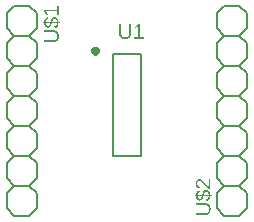
<source format=gbr>
G04 EAGLE Gerber RS-274X export*
G75*
%MOMM*%
%FSLAX34Y34*%
%LPD*%
%INSilkscreen Top*%
%IPPOS*%
%AMOC8*
5,1,8,0,0,1.08239X$1,22.5*%
G01*
G04 Define Apertures*
%ADD10C,0.127000*%
%ADD11C,0.609600*%
%ADD12C,0.152400*%
G36*
X138097Y154738D02*
X137725Y154746D01*
X137364Y154772D01*
X137015Y154815D01*
X136679Y154876D01*
X136354Y154953D01*
X136041Y155048D01*
X135741Y155160D01*
X135452Y155290D01*
X135178Y155435D01*
X134919Y155597D01*
X134676Y155774D01*
X134449Y155966D01*
X134238Y156174D01*
X134043Y156398D01*
X133864Y156637D01*
X133701Y156892D01*
X133555Y157161D01*
X133429Y157443D01*
X133322Y157737D01*
X133234Y158044D01*
X133166Y158363D01*
X133118Y158696D01*
X133088Y159040D01*
X133079Y159397D01*
X133079Y167254D01*
X134752Y167254D01*
X134752Y159537D01*
X134765Y159128D01*
X134805Y158743D01*
X134872Y158384D01*
X134966Y158051D01*
X135087Y157743D01*
X135234Y157460D01*
X135409Y157203D01*
X135610Y156971D01*
X135836Y156766D01*
X136087Y156588D01*
X136361Y156437D01*
X136659Y156314D01*
X136981Y156218D01*
X137326Y156150D01*
X137695Y156109D01*
X138089Y156095D01*
X138493Y156109D01*
X138874Y156152D01*
X139233Y156223D01*
X139568Y156322D01*
X139880Y156449D01*
X140169Y156605D01*
X140434Y156789D01*
X140677Y157002D01*
X140893Y157242D01*
X141081Y157507D01*
X141240Y157799D01*
X141370Y158117D01*
X141471Y158462D01*
X141543Y158832D01*
X141586Y159229D01*
X141601Y159651D01*
X141601Y167254D01*
X143265Y167254D01*
X143265Y159555D01*
X143255Y159187D01*
X143225Y158832D01*
X143176Y158490D01*
X143106Y158160D01*
X143017Y157844D01*
X142908Y157540D01*
X142779Y157249D01*
X142630Y156971D01*
X142463Y156708D01*
X142280Y156460D01*
X142080Y156229D01*
X141864Y156013D01*
X141631Y155814D01*
X141382Y155630D01*
X141116Y155463D01*
X140834Y155311D01*
X140538Y155177D01*
X140228Y155060D01*
X139906Y154962D01*
X139570Y154881D01*
X139221Y154818D01*
X138860Y154774D01*
X138485Y154747D01*
X138097Y154738D01*
G37*
G36*
X153733Y154913D02*
X145999Y154913D01*
X145999Y156253D01*
X149143Y156253D01*
X149143Y165747D01*
X146358Y163759D01*
X146358Y165248D01*
X149274Y167254D01*
X150728Y167254D01*
X150728Y156253D01*
X153733Y156253D01*
X153733Y154913D01*
G37*
G36*
X78469Y163867D02*
X78144Y165356D01*
X78397Y165419D01*
X78633Y165496D01*
X78854Y165588D01*
X79058Y165695D01*
X79245Y165817D01*
X79417Y165953D01*
X79573Y166105D01*
X79712Y166272D01*
X79837Y166454D01*
X79947Y166654D01*
X80044Y166871D01*
X80126Y167105D01*
X80195Y167356D01*
X80249Y167624D01*
X80285Y167876D01*
X80290Y167909D01*
X80317Y168212D01*
X75972Y168212D01*
X75785Y167496D01*
X75607Y166901D01*
X75526Y166672D01*
X75439Y166426D01*
X75280Y166070D01*
X75121Y165789D01*
X74951Y165536D01*
X74769Y165311D01*
X74575Y165115D01*
X74373Y164946D01*
X74163Y164802D01*
X73946Y164684D01*
X73721Y164590D01*
X73482Y164519D01*
X73220Y164468D01*
X72935Y164438D01*
X72627Y164428D01*
X72296Y164443D01*
X71985Y164490D01*
X71692Y164567D01*
X71417Y164674D01*
X71161Y164813D01*
X70923Y164982D01*
X70703Y165182D01*
X70503Y165413D01*
X70322Y165673D01*
X70162Y165958D01*
X70025Y166269D01*
X69908Y166606D01*
X69813Y166968D01*
X69740Y167357D01*
X69688Y167771D01*
X69657Y168212D01*
X68510Y168212D01*
X68510Y169298D01*
X69657Y169298D01*
X69686Y169696D01*
X69733Y170070D01*
X69798Y170421D01*
X69882Y170749D01*
X69983Y171054D01*
X70103Y171336D01*
X70241Y171594D01*
X70398Y171829D01*
X70574Y172044D01*
X70774Y172243D01*
X70998Y172425D01*
X71244Y172591D01*
X71513Y172740D01*
X71806Y172873D01*
X72121Y172990D01*
X72460Y173090D01*
X72749Y171566D01*
X72360Y171456D01*
X72017Y171301D01*
X71719Y171101D01*
X71466Y170857D01*
X71357Y170715D01*
X71259Y170559D01*
X71172Y170387D01*
X71097Y170200D01*
X71033Y169997D01*
X70981Y169779D01*
X70940Y169546D01*
X70910Y169298D01*
X74807Y169298D01*
X74988Y170025D01*
X75160Y170639D01*
X75325Y171139D01*
X75482Y171527D01*
X75640Y171840D01*
X75808Y172119D01*
X75986Y172363D01*
X76174Y172573D01*
X76375Y172755D01*
X76594Y172913D01*
X76831Y173048D01*
X77085Y173160D01*
X77359Y173248D01*
X77656Y173311D01*
X77976Y173349D01*
X78320Y173362D01*
X78672Y173345D01*
X79007Y173295D01*
X79323Y173213D01*
X79622Y173097D01*
X79904Y172948D01*
X80167Y172766D01*
X80413Y172550D01*
X80641Y172302D01*
X80847Y172023D01*
X81030Y171717D01*
X81188Y171383D01*
X81322Y171021D01*
X81431Y170632D01*
X81516Y170215D01*
X81577Y169770D01*
X81613Y169298D01*
X83032Y169298D01*
X83032Y168212D01*
X81613Y168212D01*
X81582Y167757D01*
X81529Y167328D01*
X81454Y166922D01*
X81357Y166541D01*
X81238Y166184D01*
X81097Y165852D01*
X80933Y165544D01*
X80748Y165260D01*
X80540Y165001D01*
X80311Y164766D01*
X80059Y164555D01*
X79785Y164369D01*
X79489Y164207D01*
X79171Y164069D01*
X78831Y163956D01*
X78469Y163867D01*
G37*
%LPC*%
G36*
X80325Y169298D02*
X80299Y169597D01*
X80286Y169687D01*
X80259Y169879D01*
X80206Y170143D01*
X80139Y170389D01*
X80059Y170617D01*
X79966Y170827D01*
X79859Y171020D01*
X79739Y171194D01*
X79606Y171349D01*
X79460Y171483D01*
X79303Y171597D01*
X79134Y171690D01*
X78953Y171762D01*
X78760Y171814D01*
X78554Y171845D01*
X78337Y171855D01*
X78065Y171841D01*
X77818Y171798D01*
X77597Y171727D01*
X77400Y171627D01*
X77224Y171501D01*
X77064Y171349D01*
X76920Y171173D01*
X76791Y170971D01*
X76666Y170705D01*
X76530Y170338D01*
X76383Y169869D01*
X76226Y169298D01*
X80325Y169298D01*
G37*
G36*
X72609Y165934D02*
X72858Y165948D01*
X73086Y165989D01*
X73296Y166058D01*
X73485Y166153D01*
X73490Y166157D01*
X73657Y166276D01*
X73816Y166426D01*
X73960Y166603D01*
X74089Y166806D01*
X74212Y167056D01*
X74335Y167374D01*
X74457Y167759D01*
X74580Y168212D01*
X70892Y168212D01*
X70913Y167936D01*
X70946Y167678D01*
X70990Y167438D01*
X71046Y167215D01*
X71113Y167011D01*
X71191Y166824D01*
X71281Y166655D01*
X71383Y166504D01*
X71496Y166370D01*
X71620Y166255D01*
X71756Y166157D01*
X71904Y166077D01*
X72063Y166014D01*
X72234Y165970D01*
X72416Y165943D01*
X72609Y165934D01*
G37*
%LPD*%
G36*
X77304Y152121D02*
X69447Y152121D01*
X69447Y153794D01*
X77164Y153794D01*
X77573Y153807D01*
X77958Y153848D01*
X78317Y153915D01*
X78650Y154009D01*
X78958Y154129D01*
X79241Y154277D01*
X79498Y154451D01*
X79730Y154652D01*
X79935Y154879D01*
X80113Y155129D01*
X80263Y155403D01*
X80387Y155701D01*
X80482Y156023D01*
X80551Y156368D01*
X80592Y156738D01*
X80606Y157131D01*
X80591Y157535D01*
X80549Y157917D01*
X80478Y158275D01*
X80379Y158610D01*
X80252Y158922D01*
X80096Y159211D01*
X79912Y159477D01*
X79699Y159719D01*
X79459Y159936D01*
X79194Y160123D01*
X78902Y160282D01*
X78583Y160412D01*
X78239Y160513D01*
X77869Y160585D01*
X77472Y160629D01*
X77050Y160643D01*
X69447Y160643D01*
X69447Y162307D01*
X77146Y162307D01*
X77514Y162297D01*
X77869Y162268D01*
X78211Y162218D01*
X78541Y162149D01*
X78857Y162059D01*
X79161Y161950D01*
X79452Y161821D01*
X79730Y161672D01*
X79993Y161505D01*
X80241Y161322D01*
X80472Y161122D01*
X80688Y160906D01*
X80887Y160673D01*
X81071Y160424D01*
X81238Y160159D01*
X81390Y159877D01*
X81524Y159580D01*
X81641Y159271D01*
X81739Y158948D01*
X81820Y158612D01*
X81882Y158264D01*
X81927Y157902D01*
X81954Y157527D01*
X81963Y157140D01*
X81955Y156767D01*
X81929Y156406D01*
X81886Y156057D01*
X81825Y155721D01*
X81748Y155396D01*
X81653Y155084D01*
X81541Y154783D01*
X81411Y154495D01*
X81266Y154220D01*
X81104Y153961D01*
X80927Y153719D01*
X80735Y153492D01*
X80527Y153281D01*
X80303Y153086D01*
X80064Y152906D01*
X79809Y152743D01*
X79540Y152597D01*
X79258Y152471D01*
X78964Y152364D01*
X78657Y152277D01*
X78337Y152209D01*
X78005Y152160D01*
X77661Y152131D01*
X77304Y152121D01*
G37*
G36*
X81788Y175010D02*
X80448Y175010D01*
X80448Y178154D01*
X70954Y178154D01*
X72942Y175369D01*
X71453Y175369D01*
X69447Y178285D01*
X69447Y179739D01*
X80448Y179739D01*
X80448Y182744D01*
X81788Y182744D01*
X81788Y175010D01*
G37*
G36*
X206993Y17448D02*
X206668Y18937D01*
X206921Y18999D01*
X207157Y19076D01*
X207378Y19168D01*
X207582Y19275D01*
X207769Y19397D01*
X207941Y19534D01*
X208097Y19686D01*
X208236Y19852D01*
X208361Y20035D01*
X208471Y20235D01*
X208568Y20452D01*
X208650Y20686D01*
X208719Y20937D01*
X208773Y21205D01*
X208809Y21457D01*
X208814Y21490D01*
X208841Y21792D01*
X204496Y21792D01*
X204309Y21077D01*
X204131Y20482D01*
X204050Y20253D01*
X203963Y20007D01*
X203804Y19651D01*
X203645Y19370D01*
X203475Y19117D01*
X203293Y18892D01*
X203099Y18696D01*
X202897Y18527D01*
X202687Y18383D01*
X202470Y18264D01*
X202245Y18171D01*
X202006Y18100D01*
X201744Y18049D01*
X201459Y18019D01*
X201151Y18009D01*
X200820Y18024D01*
X200509Y18070D01*
X200216Y18147D01*
X199941Y18255D01*
X199685Y18394D01*
X199447Y18563D01*
X199227Y18763D01*
X199027Y18994D01*
X198846Y19253D01*
X198686Y19538D01*
X198549Y19849D01*
X198432Y20186D01*
X198337Y20549D01*
X198264Y20938D01*
X198212Y21352D01*
X198181Y21792D01*
X197034Y21792D01*
X197034Y22878D01*
X198181Y22878D01*
X198210Y23276D01*
X198257Y23651D01*
X198322Y24002D01*
X198406Y24330D01*
X198507Y24635D01*
X198627Y24916D01*
X198765Y25175D01*
X198922Y25410D01*
X199098Y25625D01*
X199298Y25824D01*
X199522Y26006D01*
X199768Y26172D01*
X200037Y26321D01*
X200330Y26454D01*
X200645Y26571D01*
X200984Y26671D01*
X201273Y25147D01*
X200884Y25037D01*
X200541Y24882D01*
X200243Y24682D01*
X199990Y24438D01*
X199881Y24296D01*
X199783Y24140D01*
X199696Y23968D01*
X199621Y23781D01*
X199557Y23578D01*
X199505Y23360D01*
X199464Y23127D01*
X199434Y22878D01*
X203331Y22878D01*
X203512Y23606D01*
X203684Y24220D01*
X203849Y24720D01*
X204006Y25108D01*
X204164Y25421D01*
X204332Y25700D01*
X204510Y25944D01*
X204698Y26154D01*
X204899Y26335D01*
X205118Y26494D01*
X205355Y26629D01*
X205609Y26741D01*
X205883Y26829D01*
X206180Y26892D01*
X206500Y26930D01*
X206844Y26942D01*
X207196Y26926D01*
X207531Y26876D01*
X207847Y26793D01*
X208146Y26678D01*
X208428Y26528D01*
X208691Y26346D01*
X208937Y26131D01*
X209165Y25883D01*
X209371Y25604D01*
X209554Y25297D01*
X209712Y24963D01*
X209846Y24602D01*
X209955Y24212D01*
X210040Y23795D01*
X210101Y23351D01*
X210137Y22878D01*
X211556Y22878D01*
X211556Y21792D01*
X210137Y21792D01*
X210106Y21338D01*
X210053Y20908D01*
X209978Y20503D01*
X209881Y20122D01*
X209762Y19765D01*
X209621Y19433D01*
X209457Y19124D01*
X209272Y18841D01*
X209064Y18581D01*
X208835Y18346D01*
X208583Y18136D01*
X208309Y17950D01*
X208013Y17788D01*
X207695Y17650D01*
X207355Y17537D01*
X206993Y17448D01*
G37*
%LPC*%
G36*
X208849Y22878D02*
X208823Y23178D01*
X208810Y23268D01*
X208783Y23460D01*
X208730Y23724D01*
X208663Y23970D01*
X208583Y24198D01*
X208490Y24408D01*
X208383Y24600D01*
X208263Y24775D01*
X208130Y24930D01*
X207984Y25064D01*
X207827Y25178D01*
X207658Y25271D01*
X207477Y25343D01*
X207284Y25395D01*
X207078Y25426D01*
X206861Y25436D01*
X206589Y25422D01*
X206342Y25379D01*
X206121Y25308D01*
X205924Y25208D01*
X205748Y25082D01*
X205588Y24930D01*
X205444Y24753D01*
X205315Y24551D01*
X205190Y24286D01*
X205054Y23919D01*
X204907Y23449D01*
X204750Y22878D01*
X208849Y22878D01*
G37*
G36*
X201133Y19515D02*
X201382Y19529D01*
X201610Y19570D01*
X201820Y19638D01*
X202009Y19734D01*
X202014Y19738D01*
X202181Y19857D01*
X202340Y20007D01*
X202484Y20183D01*
X202613Y20387D01*
X202736Y20637D01*
X202859Y20955D01*
X202981Y21340D01*
X203104Y21792D01*
X199416Y21792D01*
X199437Y21517D01*
X199470Y21259D01*
X199514Y21019D01*
X199570Y20796D01*
X199637Y20592D01*
X199715Y20405D01*
X199805Y20236D01*
X199907Y20085D01*
X200020Y19951D01*
X200144Y19835D01*
X200280Y19738D01*
X200428Y19658D01*
X200587Y19595D01*
X200758Y19551D01*
X200940Y19524D01*
X201133Y19515D01*
G37*
%LPD*%
G36*
X205828Y5702D02*
X197971Y5702D01*
X197971Y7375D01*
X205688Y7375D01*
X206097Y7388D01*
X206482Y7428D01*
X206841Y7495D01*
X207174Y7589D01*
X207482Y7710D01*
X207765Y7858D01*
X208022Y8032D01*
X208254Y8233D01*
X208459Y8460D01*
X208637Y8710D01*
X208787Y8984D01*
X208911Y9282D01*
X209006Y9604D01*
X209075Y9949D01*
X209116Y10319D01*
X209130Y10712D01*
X209115Y11116D01*
X209073Y11498D01*
X209002Y11856D01*
X208903Y12191D01*
X208776Y12503D01*
X208620Y12792D01*
X208436Y13057D01*
X208223Y13300D01*
X207983Y13516D01*
X207718Y13704D01*
X207426Y13863D01*
X207107Y13993D01*
X206763Y14094D01*
X206393Y14166D01*
X205996Y14209D01*
X205574Y14224D01*
X197971Y14224D01*
X197971Y15888D01*
X205670Y15888D01*
X206038Y15878D01*
X206393Y15848D01*
X206735Y15799D01*
X207065Y15729D01*
X207381Y15640D01*
X207685Y15531D01*
X207976Y15402D01*
X208254Y15253D01*
X208517Y15086D01*
X208765Y14903D01*
X208996Y14703D01*
X209212Y14487D01*
X209411Y14254D01*
X209595Y14005D01*
X209762Y13739D01*
X209914Y13458D01*
X210048Y13161D01*
X210165Y12851D01*
X210263Y12529D01*
X210344Y12193D01*
X210406Y11844D01*
X210451Y11483D01*
X210478Y11108D01*
X210487Y10720D01*
X210479Y10348D01*
X210453Y9987D01*
X210410Y9638D01*
X210349Y9302D01*
X210272Y8977D01*
X210177Y8664D01*
X210065Y8364D01*
X209935Y8075D01*
X209790Y7801D01*
X209628Y7542D01*
X209451Y7299D01*
X209259Y7073D01*
X209051Y6862D01*
X208827Y6666D01*
X208588Y6487D01*
X208333Y6324D01*
X208064Y6178D01*
X207782Y6052D01*
X207488Y5945D01*
X207181Y5857D01*
X206861Y5789D01*
X206529Y5741D01*
X206185Y5712D01*
X205828Y5702D01*
G37*
G36*
X210312Y28126D02*
X209200Y28126D01*
X208702Y28362D01*
X208235Y28622D01*
X207798Y28907D01*
X207391Y29217D01*
X207008Y29543D01*
X206644Y29877D01*
X206299Y30219D01*
X205972Y30570D01*
X205360Y31276D01*
X204794Y31976D01*
X204251Y32638D01*
X203708Y33233D01*
X203433Y33499D01*
X203152Y33740D01*
X202864Y33953D01*
X202569Y34139D01*
X202262Y34290D01*
X201934Y34399D01*
X201587Y34463D01*
X201221Y34485D01*
X200974Y34476D01*
X200741Y34448D01*
X200523Y34401D01*
X200319Y34336D01*
X200129Y34252D01*
X199953Y34150D01*
X199791Y34029D01*
X199644Y33890D01*
X199513Y33733D01*
X199399Y33563D01*
X199303Y33378D01*
X199224Y33178D01*
X199162Y32964D01*
X199119Y32735D01*
X199092Y32492D01*
X199084Y32234D01*
X199092Y31988D01*
X199118Y31753D01*
X199161Y31529D01*
X199220Y31316D01*
X199297Y31114D01*
X199391Y30923D01*
X199503Y30743D01*
X199631Y30574D01*
X199775Y30420D01*
X199932Y30282D01*
X200104Y30161D01*
X200289Y30057D01*
X200488Y29969D01*
X200701Y29899D01*
X200928Y29845D01*
X201168Y29808D01*
X201019Y28196D01*
X200659Y28254D01*
X200317Y28341D01*
X199994Y28455D01*
X199690Y28598D01*
X199405Y28770D01*
X199139Y28969D01*
X198892Y29197D01*
X198663Y29453D01*
X198458Y29733D01*
X198280Y30033D01*
X198129Y30351D01*
X198006Y30689D01*
X197910Y31047D01*
X197842Y31423D01*
X197801Y31819D01*
X197787Y32234D01*
X197801Y32687D01*
X197842Y33113D01*
X197911Y33512D01*
X198007Y33884D01*
X198131Y34229D01*
X198282Y34547D01*
X198461Y34838D01*
X198668Y35103D01*
X198899Y35338D01*
X199154Y35541D01*
X199432Y35714D01*
X199733Y35855D01*
X200057Y35964D01*
X200404Y36043D01*
X200775Y36090D01*
X201168Y36105D01*
X201527Y36085D01*
X201884Y36023D01*
X202240Y35921D01*
X202596Y35777D01*
X202950Y35593D01*
X203305Y35369D01*
X203660Y35104D01*
X204015Y34800D01*
X204418Y34402D01*
X204919Y33857D01*
X205517Y33163D01*
X206213Y32322D01*
X206615Y31844D01*
X206996Y31417D01*
X207357Y31042D01*
X207698Y30719D01*
X208025Y30442D01*
X208347Y30207D01*
X208662Y30013D01*
X208972Y29861D01*
X208972Y36298D01*
X210312Y36298D01*
X210312Y28126D01*
G37*
D10*
X127700Y142400D02*
X127700Y55400D01*
X151700Y55400D01*
X151700Y142400D01*
X127700Y142400D01*
D11*
X111900Y144900D02*
X111902Y144956D01*
X111908Y145013D01*
X111918Y145068D01*
X111932Y145123D01*
X111949Y145177D01*
X111971Y145229D01*
X111996Y145279D01*
X112024Y145328D01*
X112056Y145375D01*
X112091Y145419D01*
X112129Y145461D01*
X112170Y145500D01*
X112214Y145535D01*
X112260Y145568D01*
X112308Y145597D01*
X112358Y145623D01*
X112410Y145646D01*
X112464Y145664D01*
X112518Y145679D01*
X112573Y145690D01*
X112629Y145697D01*
X112686Y145700D01*
X112742Y145699D01*
X112799Y145694D01*
X112854Y145685D01*
X112909Y145672D01*
X112963Y145655D01*
X113016Y145635D01*
X113067Y145611D01*
X113116Y145583D01*
X113163Y145552D01*
X113208Y145518D01*
X113251Y145480D01*
X113290Y145440D01*
X113327Y145397D01*
X113360Y145352D01*
X113390Y145304D01*
X113417Y145254D01*
X113440Y145203D01*
X113460Y145150D01*
X113476Y145096D01*
X113488Y145040D01*
X113496Y144985D01*
X113500Y144928D01*
X113500Y144872D01*
X113496Y144815D01*
X113488Y144760D01*
X113476Y144704D01*
X113460Y144650D01*
X113440Y144597D01*
X113417Y144546D01*
X113390Y144496D01*
X113360Y144448D01*
X113327Y144403D01*
X113290Y144360D01*
X113251Y144320D01*
X113208Y144282D01*
X113163Y144248D01*
X113116Y144217D01*
X113067Y144189D01*
X113016Y144165D01*
X112963Y144145D01*
X112909Y144128D01*
X112854Y144115D01*
X112799Y144106D01*
X112742Y144101D01*
X112686Y144100D01*
X112629Y144103D01*
X112573Y144110D01*
X112518Y144121D01*
X112464Y144136D01*
X112410Y144154D01*
X112358Y144177D01*
X112308Y144203D01*
X112260Y144232D01*
X112214Y144265D01*
X112170Y144300D01*
X112129Y144339D01*
X112091Y144381D01*
X112056Y144425D01*
X112024Y144472D01*
X111996Y144521D01*
X111971Y144571D01*
X111949Y144623D01*
X111932Y144677D01*
X111918Y144732D01*
X111908Y144787D01*
X111902Y144844D01*
X111900Y144900D01*
D12*
X57150Y55880D02*
X63500Y49530D01*
X63500Y36830D01*
X57150Y30480D01*
X44450Y30480D01*
X38100Y36830D01*
X38100Y49530D01*
X44450Y55880D01*
X63500Y87630D02*
X63500Y100330D01*
X63500Y87630D02*
X57150Y81280D01*
X44450Y81280D01*
X38100Y87630D01*
X57150Y81280D02*
X63500Y74930D01*
X63500Y62230D01*
X57150Y55880D01*
X44450Y55880D01*
X38100Y62230D01*
X38100Y74930D01*
X44450Y81280D01*
X63500Y125730D02*
X57150Y132080D01*
X63500Y125730D02*
X63500Y113030D01*
X57150Y106680D01*
X44450Y106680D01*
X38100Y113030D01*
X38100Y125730D01*
X44450Y132080D01*
X57150Y106680D02*
X63500Y100330D01*
X44450Y106680D02*
X38100Y100330D01*
X38100Y87630D01*
X63500Y163830D02*
X63500Y176530D01*
X63500Y163830D02*
X57150Y157480D01*
X44450Y157480D01*
X38100Y163830D01*
X57150Y157480D02*
X63500Y151130D01*
X63500Y138430D01*
X57150Y132080D01*
X44450Y132080D01*
X38100Y138430D01*
X38100Y151130D01*
X44450Y157480D01*
X44450Y182880D02*
X57150Y182880D01*
X63500Y176530D01*
X44450Y182880D02*
X38100Y176530D01*
X38100Y163830D01*
X63500Y24130D02*
X63500Y11430D01*
X57150Y5080D01*
X44450Y5080D01*
X38100Y11430D01*
X57150Y30480D02*
X63500Y24130D01*
X44450Y30480D02*
X38100Y24130D01*
X38100Y11430D01*
X215900Y138430D02*
X222250Y132080D01*
X215900Y138430D02*
X215900Y151130D01*
X222250Y157480D01*
X234950Y157480D01*
X241300Y151130D01*
X241300Y138430D01*
X234950Y132080D01*
X215900Y100330D02*
X215900Y87630D01*
X215900Y100330D02*
X222250Y106680D01*
X234950Y106680D01*
X241300Y100330D01*
X222250Y106680D02*
X215900Y113030D01*
X215900Y125730D01*
X222250Y132080D01*
X234950Y132080D01*
X241300Y125730D01*
X241300Y113030D01*
X234950Y106680D01*
X215900Y62230D02*
X222250Y55880D01*
X215900Y62230D02*
X215900Y74930D01*
X222250Y81280D01*
X234950Y81280D01*
X241300Y74930D01*
X241300Y62230D01*
X234950Y55880D01*
X222250Y81280D02*
X215900Y87630D01*
X234950Y81280D02*
X241300Y87630D01*
X241300Y100330D01*
X215900Y24130D02*
X215900Y11430D01*
X215900Y24130D02*
X222250Y30480D01*
X234950Y30480D01*
X241300Y24130D01*
X222250Y30480D02*
X215900Y36830D01*
X215900Y49530D01*
X222250Y55880D01*
X234950Y55880D01*
X241300Y49530D01*
X241300Y36830D01*
X234950Y30480D01*
X234950Y5080D02*
X222250Y5080D01*
X215900Y11430D01*
X234950Y5080D02*
X241300Y11430D01*
X241300Y24130D01*
X215900Y163830D02*
X215900Y176530D01*
X222250Y182880D01*
X234950Y182880D01*
X241300Y176530D01*
X222250Y157480D02*
X215900Y163830D01*
X234950Y157480D02*
X241300Y163830D01*
X241300Y176530D01*
M02*

</source>
